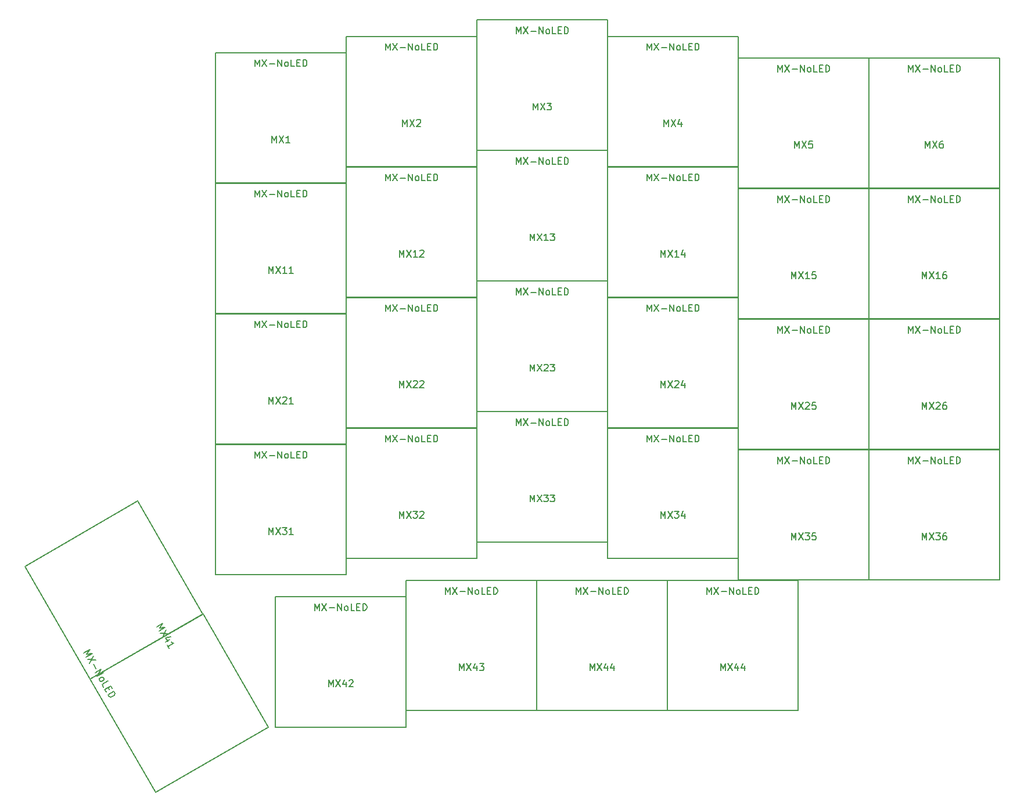
<source format=gbr>
%TF.GenerationSoftware,KiCad,Pcbnew,(5.1.9-0-10_14)*%
%TF.CreationDate,2021-04-19T01:21:19-05:00*%
%TF.ProjectId,wren-right-top,7772656e-2d72-4696-9768-742d746f702e,rev?*%
%TF.SameCoordinates,Original*%
%TF.FileFunction,OtherDrawing,Comment*%
%FSLAX46Y46*%
G04 Gerber Fmt 4.6, Leading zero omitted, Abs format (unit mm)*
G04 Created by KiCad (PCBNEW (5.1.9-0-10_14)) date 2021-04-19 01:21:19*
%MOMM*%
%LPD*%
G01*
G04 APERTURE LIST*
%ADD10C,0.150000*%
G04 APERTURE END LIST*
D10*
%TO.C,MX44*%
X146050750Y-125437500D02*
X146050750Y-144437500D01*
X146050750Y-144437500D02*
X127050750Y-144437500D01*
X127050750Y-144437500D02*
X127050750Y-125437500D01*
X127050750Y-125437500D02*
X146050750Y-125437500D01*
%TO.C,MX41*%
X33377759Y-123370117D02*
X49832241Y-113870117D01*
X59332241Y-130324599D02*
X42877759Y-139824599D01*
X42877759Y-139824599D02*
X33377759Y-123370117D01*
X49832241Y-113870117D02*
X59332241Y-130324599D01*
X42902759Y-139867901D02*
X59357241Y-130367901D01*
X59357241Y-130367901D02*
X68857241Y-146822383D01*
X68857241Y-146822383D02*
X52402759Y-156322383D01*
X52402759Y-156322383D02*
X42902759Y-139867901D01*
%TO.C,MX44*%
X127006750Y-125437500D02*
X127006750Y-144437500D01*
X127006750Y-144437500D02*
X108006750Y-144437500D01*
X108006750Y-144437500D02*
X108006750Y-125437500D01*
X108006750Y-125437500D02*
X127006750Y-125437500D01*
%TO.C,MX43*%
X107956750Y-125437500D02*
X107956750Y-144437500D01*
X107956750Y-144437500D02*
X88956750Y-144437500D01*
X88956750Y-144437500D02*
X88956750Y-125437500D01*
X88956750Y-125437500D02*
X107956750Y-125437500D01*
%TO.C,MX42*%
X88906750Y-127818750D02*
X88906750Y-146818750D01*
X88906750Y-146818750D02*
X69906750Y-146818750D01*
X69906750Y-146818750D02*
X69906750Y-127818750D01*
X69906750Y-127818750D02*
X88906750Y-127818750D01*
%TO.C,MX36*%
X175425500Y-106387500D02*
X175425500Y-125387500D01*
X175425500Y-125387500D02*
X156425500Y-125387500D01*
X156425500Y-125387500D02*
X156425500Y-106387500D01*
X156425500Y-106387500D02*
X175425500Y-106387500D01*
%TO.C,MX35*%
X156375500Y-106387500D02*
X156375500Y-125387500D01*
X156375500Y-125387500D02*
X137375500Y-125387500D01*
X137375500Y-125387500D02*
X137375500Y-106387500D01*
X137375500Y-106387500D02*
X156375500Y-106387500D01*
%TO.C,MX34*%
X137325500Y-103212500D02*
X137325500Y-122212500D01*
X137325500Y-122212500D02*
X118325500Y-122212500D01*
X118325500Y-122212500D02*
X118325500Y-103212500D01*
X118325500Y-103212500D02*
X137325500Y-103212500D01*
%TO.C,MX33*%
X118275500Y-100831250D02*
X118275500Y-119831250D01*
X118275500Y-119831250D02*
X99275500Y-119831250D01*
X99275500Y-119831250D02*
X99275500Y-100831250D01*
X99275500Y-100831250D02*
X118275500Y-100831250D01*
%TO.C,MX32*%
X99225500Y-103212500D02*
X99225500Y-122212500D01*
X99225500Y-122212500D02*
X80225500Y-122212500D01*
X80225500Y-122212500D02*
X80225500Y-103212500D01*
X80225500Y-103212500D02*
X99225500Y-103212500D01*
%TO.C,MX31*%
X80175500Y-105593750D02*
X80175500Y-124593750D01*
X80175500Y-124593750D02*
X61175500Y-124593750D01*
X61175500Y-124593750D02*
X61175500Y-105593750D01*
X61175500Y-105593750D02*
X80175500Y-105593750D01*
%TO.C,MX26*%
X175425500Y-87337500D02*
X175425500Y-106337500D01*
X175425500Y-106337500D02*
X156425500Y-106337500D01*
X156425500Y-106337500D02*
X156425500Y-87337500D01*
X156425500Y-87337500D02*
X175425500Y-87337500D01*
%TO.C,MX25*%
X156375500Y-87337500D02*
X156375500Y-106337500D01*
X156375500Y-106337500D02*
X137375500Y-106337500D01*
X137375500Y-106337500D02*
X137375500Y-87337500D01*
X137375500Y-87337500D02*
X156375500Y-87337500D01*
%TO.C,MX24*%
X137325500Y-84162500D02*
X137325500Y-103162500D01*
X137325500Y-103162500D02*
X118325500Y-103162500D01*
X118325500Y-103162500D02*
X118325500Y-84162500D01*
X118325500Y-84162500D02*
X137325500Y-84162500D01*
%TO.C,MX23*%
X118275500Y-81781250D02*
X118275500Y-100781250D01*
X118275500Y-100781250D02*
X99275500Y-100781250D01*
X99275500Y-100781250D02*
X99275500Y-81781250D01*
X99275500Y-81781250D02*
X118275500Y-81781250D01*
%TO.C,MX22*%
X99225500Y-84162500D02*
X99225500Y-103162500D01*
X99225500Y-103162500D02*
X80225500Y-103162500D01*
X80225500Y-103162500D02*
X80225500Y-84162500D01*
X80225500Y-84162500D02*
X99225500Y-84162500D01*
%TO.C,MX21*%
X80175500Y-86543750D02*
X80175500Y-105543750D01*
X80175500Y-105543750D02*
X61175500Y-105543750D01*
X61175500Y-105543750D02*
X61175500Y-86543750D01*
X61175500Y-86543750D02*
X80175500Y-86543750D01*
%TO.C,MX16*%
X175425500Y-68287500D02*
X175425500Y-87287500D01*
X175425500Y-87287500D02*
X156425500Y-87287500D01*
X156425500Y-87287500D02*
X156425500Y-68287500D01*
X156425500Y-68287500D02*
X175425500Y-68287500D01*
%TO.C,MX15*%
X156375500Y-68287500D02*
X156375500Y-87287500D01*
X156375500Y-87287500D02*
X137375500Y-87287500D01*
X137375500Y-87287500D02*
X137375500Y-68287500D01*
X137375500Y-68287500D02*
X156375500Y-68287500D01*
%TO.C,MX14*%
X137325500Y-65112500D02*
X137325500Y-84112500D01*
X137325500Y-84112500D02*
X118325500Y-84112500D01*
X118325500Y-84112500D02*
X118325500Y-65112500D01*
X118325500Y-65112500D02*
X137325500Y-65112500D01*
%TO.C,MX13*%
X118275500Y-62731250D02*
X118275500Y-81731250D01*
X118275500Y-81731250D02*
X99275500Y-81731250D01*
X99275500Y-81731250D02*
X99275500Y-62731250D01*
X99275500Y-62731250D02*
X118275500Y-62731250D01*
%TO.C,MX12*%
X99225500Y-65112500D02*
X99225500Y-84112500D01*
X99225500Y-84112500D02*
X80225500Y-84112500D01*
X80225500Y-84112500D02*
X80225500Y-65112500D01*
X80225500Y-65112500D02*
X99225500Y-65112500D01*
%TO.C,MX11*%
X80175500Y-67493750D02*
X80175500Y-86493750D01*
X80175500Y-86493750D02*
X61175500Y-86493750D01*
X61175500Y-86493750D02*
X61175500Y-67493750D01*
X61175500Y-67493750D02*
X80175500Y-67493750D01*
%TO.C,MX6*%
X175425500Y-49237500D02*
X175425500Y-68237500D01*
X175425500Y-68237500D02*
X156425500Y-68237500D01*
X156425500Y-68237500D02*
X156425500Y-49237500D01*
X156425500Y-49237500D02*
X175425500Y-49237500D01*
%TO.C,MX5*%
X156375500Y-49237500D02*
X156375500Y-68237500D01*
X156375500Y-68237500D02*
X137375500Y-68237500D01*
X137375500Y-68237500D02*
X137375500Y-49237500D01*
X137375500Y-49237500D02*
X156375500Y-49237500D01*
%TO.C,MX4*%
X137325500Y-46062500D02*
X137325500Y-65062500D01*
X137325500Y-65062500D02*
X118325500Y-65062500D01*
X118325500Y-65062500D02*
X118325500Y-46062500D01*
X118325500Y-46062500D02*
X137325500Y-46062500D01*
%TO.C,MX3*%
X118275500Y-43681250D02*
X118275500Y-62681250D01*
X118275500Y-62681250D02*
X99275500Y-62681250D01*
X99275500Y-62681250D02*
X99275500Y-43681250D01*
X99275500Y-43681250D02*
X118275500Y-43681250D01*
%TO.C,MX2*%
X99225500Y-46062500D02*
X99225500Y-65062500D01*
X99225500Y-65062500D02*
X80225500Y-65062500D01*
X80225500Y-65062500D02*
X80225500Y-46062500D01*
X80225500Y-46062500D02*
X99225500Y-46062500D01*
%TO.C,MX1*%
X80175500Y-48443750D02*
X80175500Y-67443750D01*
X80175500Y-67443750D02*
X61175500Y-67443750D01*
X61175500Y-67443750D02*
X61175500Y-48443750D01*
X61175500Y-48443750D02*
X80175500Y-48443750D01*
%TD*%
%TO.C,MX44*%
X134788845Y-138564880D02*
X134788845Y-137564880D01*
X135122178Y-138279166D01*
X135455511Y-137564880D01*
X135455511Y-138564880D01*
X135836464Y-137564880D02*
X136503130Y-138564880D01*
X136503130Y-137564880D02*
X135836464Y-138564880D01*
X137312654Y-137898214D02*
X137312654Y-138564880D01*
X137074559Y-137517261D02*
X136836464Y-138231547D01*
X137455511Y-138231547D01*
X138265035Y-137898214D02*
X138265035Y-138564880D01*
X138026940Y-137517261D02*
X137788845Y-138231547D01*
X138407892Y-138231547D01*
X132788845Y-127452380D02*
X132788845Y-126452380D01*
X133122178Y-127166666D01*
X133455511Y-126452380D01*
X133455511Y-127452380D01*
X133836464Y-126452380D02*
X134503130Y-127452380D01*
X134503130Y-126452380D02*
X133836464Y-127452380D01*
X134884083Y-127071428D02*
X135645988Y-127071428D01*
X136122178Y-127452380D02*
X136122178Y-126452380D01*
X136693607Y-127452380D01*
X136693607Y-126452380D01*
X137312654Y-127452380D02*
X137217416Y-127404761D01*
X137169797Y-127357142D01*
X137122178Y-127261904D01*
X137122178Y-126976190D01*
X137169797Y-126880952D01*
X137217416Y-126833333D01*
X137312654Y-126785714D01*
X137455511Y-126785714D01*
X137550750Y-126833333D01*
X137598369Y-126880952D01*
X137645988Y-126976190D01*
X137645988Y-127261904D01*
X137598369Y-127357142D01*
X137550750Y-127404761D01*
X137455511Y-127452380D01*
X137312654Y-127452380D01*
X138550750Y-127452380D02*
X138074559Y-127452380D01*
X138074559Y-126452380D01*
X138884083Y-126928571D02*
X139217416Y-126928571D01*
X139360273Y-127452380D02*
X138884083Y-127452380D01*
X138884083Y-126452380D01*
X139360273Y-126452380D01*
X139788845Y-127452380D02*
X139788845Y-126452380D01*
X140026940Y-126452380D01*
X140169797Y-126500000D01*
X140265035Y-126595238D01*
X140312654Y-126690476D01*
X140360273Y-126880952D01*
X140360273Y-127023809D01*
X140312654Y-127214285D01*
X140265035Y-127309523D01*
X140169797Y-127404761D01*
X140026940Y-127452380D01*
X139788845Y-127452380D01*
%TO.C,MX41*%
X52594405Y-132209086D02*
X53460430Y-131709086D01*
X53008507Y-132354904D01*
X53793763Y-132286436D01*
X52927738Y-132786436D01*
X53984240Y-132616350D02*
X53451548Y-133693701D01*
X54317573Y-133193701D02*
X53118214Y-133116350D01*
X54433660Y-134061436D02*
X53856309Y-134394769D01*
X54644527Y-133664763D02*
X53906889Y-133815709D01*
X54216413Y-134351820D01*
X54380119Y-135302034D02*
X54094405Y-134807162D01*
X54237262Y-135054598D02*
X55103287Y-134554598D01*
X54931950Y-134543548D01*
X54801853Y-134508688D01*
X54712994Y-134450019D01*
X41970697Y-136033285D02*
X42836722Y-135533285D01*
X42384799Y-136179103D01*
X43170055Y-136110635D01*
X42304030Y-136610635D01*
X43360532Y-136440550D02*
X42827840Y-137517900D01*
X43693865Y-137017900D02*
X42494506Y-136940550D01*
X43348230Y-137657338D02*
X43729183Y-138317167D01*
X43637363Y-138920036D02*
X44503389Y-138420036D01*
X43923078Y-139414908D01*
X44789103Y-138914908D01*
X44232601Y-139951019D02*
X44226222Y-139844731D01*
X44243652Y-139779682D01*
X44302321Y-139690824D01*
X44549756Y-139547966D01*
X44656045Y-139541587D01*
X44721093Y-139559016D01*
X44809952Y-139617686D01*
X44881380Y-139741403D01*
X44887760Y-139847692D01*
X44870330Y-139912740D01*
X44811661Y-140001599D01*
X44564225Y-140144456D01*
X44457937Y-140150836D01*
X44392888Y-140133406D01*
X44304030Y-140074737D01*
X44232601Y-139951019D01*
X44851649Y-141023241D02*
X44613554Y-140610848D01*
X45479579Y-140110848D01*
X45471948Y-141050011D02*
X45638615Y-141338686D01*
X45256411Y-141724309D02*
X45018316Y-141311916D01*
X45884341Y-140811916D01*
X46122436Y-141224309D01*
X45470697Y-142095463D02*
X46336722Y-141595463D01*
X46455770Y-141801659D01*
X46485959Y-141949187D01*
X46451099Y-142079284D01*
X46392430Y-142168143D01*
X46251283Y-142304620D01*
X46127565Y-142376049D01*
X45938798Y-142430047D01*
X45832510Y-142436427D01*
X45702412Y-142401568D01*
X45589744Y-142301659D01*
X45470697Y-142095463D01*
%TO.C,MX44*%
X115744845Y-138564880D02*
X115744845Y-137564880D01*
X116078178Y-138279166D01*
X116411511Y-137564880D01*
X116411511Y-138564880D01*
X116792464Y-137564880D02*
X117459130Y-138564880D01*
X117459130Y-137564880D02*
X116792464Y-138564880D01*
X118268654Y-137898214D02*
X118268654Y-138564880D01*
X118030559Y-137517261D02*
X117792464Y-138231547D01*
X118411511Y-138231547D01*
X119221035Y-137898214D02*
X119221035Y-138564880D01*
X118982940Y-137517261D02*
X118744845Y-138231547D01*
X119363892Y-138231547D01*
X113744845Y-127452380D02*
X113744845Y-126452380D01*
X114078178Y-127166666D01*
X114411511Y-126452380D01*
X114411511Y-127452380D01*
X114792464Y-126452380D02*
X115459130Y-127452380D01*
X115459130Y-126452380D02*
X114792464Y-127452380D01*
X115840083Y-127071428D02*
X116601988Y-127071428D01*
X117078178Y-127452380D02*
X117078178Y-126452380D01*
X117649607Y-127452380D01*
X117649607Y-126452380D01*
X118268654Y-127452380D02*
X118173416Y-127404761D01*
X118125797Y-127357142D01*
X118078178Y-127261904D01*
X118078178Y-126976190D01*
X118125797Y-126880952D01*
X118173416Y-126833333D01*
X118268654Y-126785714D01*
X118411511Y-126785714D01*
X118506750Y-126833333D01*
X118554369Y-126880952D01*
X118601988Y-126976190D01*
X118601988Y-127261904D01*
X118554369Y-127357142D01*
X118506750Y-127404761D01*
X118411511Y-127452380D01*
X118268654Y-127452380D01*
X119506750Y-127452380D02*
X119030559Y-127452380D01*
X119030559Y-126452380D01*
X119840083Y-126928571D02*
X120173416Y-126928571D01*
X120316273Y-127452380D02*
X119840083Y-127452380D01*
X119840083Y-126452380D01*
X120316273Y-126452380D01*
X120744845Y-127452380D02*
X120744845Y-126452380D01*
X120982940Y-126452380D01*
X121125797Y-126500000D01*
X121221035Y-126595238D01*
X121268654Y-126690476D01*
X121316273Y-126880952D01*
X121316273Y-127023809D01*
X121268654Y-127214285D01*
X121221035Y-127309523D01*
X121125797Y-127404761D01*
X120982940Y-127452380D01*
X120744845Y-127452380D01*
%TO.C,MX43*%
X96694845Y-138564880D02*
X96694845Y-137564880D01*
X97028178Y-138279166D01*
X97361511Y-137564880D01*
X97361511Y-138564880D01*
X97742464Y-137564880D02*
X98409130Y-138564880D01*
X98409130Y-137564880D02*
X97742464Y-138564880D01*
X99218654Y-137898214D02*
X99218654Y-138564880D01*
X98980559Y-137517261D02*
X98742464Y-138231547D01*
X99361511Y-138231547D01*
X99647226Y-137564880D02*
X100266273Y-137564880D01*
X99932940Y-137945833D01*
X100075797Y-137945833D01*
X100171035Y-137993452D01*
X100218654Y-138041071D01*
X100266273Y-138136309D01*
X100266273Y-138374404D01*
X100218654Y-138469642D01*
X100171035Y-138517261D01*
X100075797Y-138564880D01*
X99790083Y-138564880D01*
X99694845Y-138517261D01*
X99647226Y-138469642D01*
X94694845Y-127452380D02*
X94694845Y-126452380D01*
X95028178Y-127166666D01*
X95361511Y-126452380D01*
X95361511Y-127452380D01*
X95742464Y-126452380D02*
X96409130Y-127452380D01*
X96409130Y-126452380D02*
X95742464Y-127452380D01*
X96790083Y-127071428D02*
X97551988Y-127071428D01*
X98028178Y-127452380D02*
X98028178Y-126452380D01*
X98599607Y-127452380D01*
X98599607Y-126452380D01*
X99218654Y-127452380D02*
X99123416Y-127404761D01*
X99075797Y-127357142D01*
X99028178Y-127261904D01*
X99028178Y-126976190D01*
X99075797Y-126880952D01*
X99123416Y-126833333D01*
X99218654Y-126785714D01*
X99361511Y-126785714D01*
X99456750Y-126833333D01*
X99504369Y-126880952D01*
X99551988Y-126976190D01*
X99551988Y-127261904D01*
X99504369Y-127357142D01*
X99456750Y-127404761D01*
X99361511Y-127452380D01*
X99218654Y-127452380D01*
X100456750Y-127452380D02*
X99980559Y-127452380D01*
X99980559Y-126452380D01*
X100790083Y-126928571D02*
X101123416Y-126928571D01*
X101266273Y-127452380D02*
X100790083Y-127452380D01*
X100790083Y-126452380D01*
X101266273Y-126452380D01*
X101694845Y-127452380D02*
X101694845Y-126452380D01*
X101932940Y-126452380D01*
X102075797Y-126500000D01*
X102171035Y-126595238D01*
X102218654Y-126690476D01*
X102266273Y-126880952D01*
X102266273Y-127023809D01*
X102218654Y-127214285D01*
X102171035Y-127309523D01*
X102075797Y-127404761D01*
X101932940Y-127452380D01*
X101694845Y-127452380D01*
%TO.C,MX42*%
X77644845Y-140946130D02*
X77644845Y-139946130D01*
X77978178Y-140660416D01*
X78311511Y-139946130D01*
X78311511Y-140946130D01*
X78692464Y-139946130D02*
X79359130Y-140946130D01*
X79359130Y-139946130D02*
X78692464Y-140946130D01*
X80168654Y-140279464D02*
X80168654Y-140946130D01*
X79930559Y-139898511D02*
X79692464Y-140612797D01*
X80311511Y-140612797D01*
X80644845Y-140041369D02*
X80692464Y-139993750D01*
X80787702Y-139946130D01*
X81025797Y-139946130D01*
X81121035Y-139993750D01*
X81168654Y-140041369D01*
X81216273Y-140136607D01*
X81216273Y-140231845D01*
X81168654Y-140374702D01*
X80597226Y-140946130D01*
X81216273Y-140946130D01*
X75644845Y-129833630D02*
X75644845Y-128833630D01*
X75978178Y-129547916D01*
X76311511Y-128833630D01*
X76311511Y-129833630D01*
X76692464Y-128833630D02*
X77359130Y-129833630D01*
X77359130Y-128833630D02*
X76692464Y-129833630D01*
X77740083Y-129452678D02*
X78501988Y-129452678D01*
X78978178Y-129833630D02*
X78978178Y-128833630D01*
X79549607Y-129833630D01*
X79549607Y-128833630D01*
X80168654Y-129833630D02*
X80073416Y-129786011D01*
X80025797Y-129738392D01*
X79978178Y-129643154D01*
X79978178Y-129357440D01*
X80025797Y-129262202D01*
X80073416Y-129214583D01*
X80168654Y-129166964D01*
X80311511Y-129166964D01*
X80406750Y-129214583D01*
X80454369Y-129262202D01*
X80501988Y-129357440D01*
X80501988Y-129643154D01*
X80454369Y-129738392D01*
X80406750Y-129786011D01*
X80311511Y-129833630D01*
X80168654Y-129833630D01*
X81406750Y-129833630D02*
X80930559Y-129833630D01*
X80930559Y-128833630D01*
X81740083Y-129309821D02*
X82073416Y-129309821D01*
X82216273Y-129833630D02*
X81740083Y-129833630D01*
X81740083Y-128833630D01*
X82216273Y-128833630D01*
X82644845Y-129833630D02*
X82644845Y-128833630D01*
X82882940Y-128833630D01*
X83025797Y-128881250D01*
X83121035Y-128976488D01*
X83168654Y-129071726D01*
X83216273Y-129262202D01*
X83216273Y-129405059D01*
X83168654Y-129595535D01*
X83121035Y-129690773D01*
X83025797Y-129786011D01*
X82882940Y-129833630D01*
X82644845Y-129833630D01*
%TO.C,MX36*%
X164163595Y-119514880D02*
X164163595Y-118514880D01*
X164496928Y-119229166D01*
X164830261Y-118514880D01*
X164830261Y-119514880D01*
X165211214Y-118514880D02*
X165877880Y-119514880D01*
X165877880Y-118514880D02*
X165211214Y-119514880D01*
X166163595Y-118514880D02*
X166782642Y-118514880D01*
X166449309Y-118895833D01*
X166592166Y-118895833D01*
X166687404Y-118943452D01*
X166735023Y-118991071D01*
X166782642Y-119086309D01*
X166782642Y-119324404D01*
X166735023Y-119419642D01*
X166687404Y-119467261D01*
X166592166Y-119514880D01*
X166306452Y-119514880D01*
X166211214Y-119467261D01*
X166163595Y-119419642D01*
X167639785Y-118514880D02*
X167449309Y-118514880D01*
X167354071Y-118562500D01*
X167306452Y-118610119D01*
X167211214Y-118752976D01*
X167163595Y-118943452D01*
X167163595Y-119324404D01*
X167211214Y-119419642D01*
X167258833Y-119467261D01*
X167354071Y-119514880D01*
X167544547Y-119514880D01*
X167639785Y-119467261D01*
X167687404Y-119419642D01*
X167735023Y-119324404D01*
X167735023Y-119086309D01*
X167687404Y-118991071D01*
X167639785Y-118943452D01*
X167544547Y-118895833D01*
X167354071Y-118895833D01*
X167258833Y-118943452D01*
X167211214Y-118991071D01*
X167163595Y-119086309D01*
X162163595Y-108402380D02*
X162163595Y-107402380D01*
X162496928Y-108116666D01*
X162830261Y-107402380D01*
X162830261Y-108402380D01*
X163211214Y-107402380D02*
X163877880Y-108402380D01*
X163877880Y-107402380D02*
X163211214Y-108402380D01*
X164258833Y-108021428D02*
X165020738Y-108021428D01*
X165496928Y-108402380D02*
X165496928Y-107402380D01*
X166068357Y-108402380D01*
X166068357Y-107402380D01*
X166687404Y-108402380D02*
X166592166Y-108354761D01*
X166544547Y-108307142D01*
X166496928Y-108211904D01*
X166496928Y-107926190D01*
X166544547Y-107830952D01*
X166592166Y-107783333D01*
X166687404Y-107735714D01*
X166830261Y-107735714D01*
X166925500Y-107783333D01*
X166973119Y-107830952D01*
X167020738Y-107926190D01*
X167020738Y-108211904D01*
X166973119Y-108307142D01*
X166925500Y-108354761D01*
X166830261Y-108402380D01*
X166687404Y-108402380D01*
X167925500Y-108402380D02*
X167449309Y-108402380D01*
X167449309Y-107402380D01*
X168258833Y-107878571D02*
X168592166Y-107878571D01*
X168735023Y-108402380D02*
X168258833Y-108402380D01*
X168258833Y-107402380D01*
X168735023Y-107402380D01*
X169163595Y-108402380D02*
X169163595Y-107402380D01*
X169401690Y-107402380D01*
X169544547Y-107450000D01*
X169639785Y-107545238D01*
X169687404Y-107640476D01*
X169735023Y-107830952D01*
X169735023Y-107973809D01*
X169687404Y-108164285D01*
X169639785Y-108259523D01*
X169544547Y-108354761D01*
X169401690Y-108402380D01*
X169163595Y-108402380D01*
%TO.C,MX35*%
X145113595Y-119514880D02*
X145113595Y-118514880D01*
X145446928Y-119229166D01*
X145780261Y-118514880D01*
X145780261Y-119514880D01*
X146161214Y-118514880D02*
X146827880Y-119514880D01*
X146827880Y-118514880D02*
X146161214Y-119514880D01*
X147113595Y-118514880D02*
X147732642Y-118514880D01*
X147399309Y-118895833D01*
X147542166Y-118895833D01*
X147637404Y-118943452D01*
X147685023Y-118991071D01*
X147732642Y-119086309D01*
X147732642Y-119324404D01*
X147685023Y-119419642D01*
X147637404Y-119467261D01*
X147542166Y-119514880D01*
X147256452Y-119514880D01*
X147161214Y-119467261D01*
X147113595Y-119419642D01*
X148637404Y-118514880D02*
X148161214Y-118514880D01*
X148113595Y-118991071D01*
X148161214Y-118943452D01*
X148256452Y-118895833D01*
X148494547Y-118895833D01*
X148589785Y-118943452D01*
X148637404Y-118991071D01*
X148685023Y-119086309D01*
X148685023Y-119324404D01*
X148637404Y-119419642D01*
X148589785Y-119467261D01*
X148494547Y-119514880D01*
X148256452Y-119514880D01*
X148161214Y-119467261D01*
X148113595Y-119419642D01*
X143113595Y-108402380D02*
X143113595Y-107402380D01*
X143446928Y-108116666D01*
X143780261Y-107402380D01*
X143780261Y-108402380D01*
X144161214Y-107402380D02*
X144827880Y-108402380D01*
X144827880Y-107402380D02*
X144161214Y-108402380D01*
X145208833Y-108021428D02*
X145970738Y-108021428D01*
X146446928Y-108402380D02*
X146446928Y-107402380D01*
X147018357Y-108402380D01*
X147018357Y-107402380D01*
X147637404Y-108402380D02*
X147542166Y-108354761D01*
X147494547Y-108307142D01*
X147446928Y-108211904D01*
X147446928Y-107926190D01*
X147494547Y-107830952D01*
X147542166Y-107783333D01*
X147637404Y-107735714D01*
X147780261Y-107735714D01*
X147875500Y-107783333D01*
X147923119Y-107830952D01*
X147970738Y-107926190D01*
X147970738Y-108211904D01*
X147923119Y-108307142D01*
X147875500Y-108354761D01*
X147780261Y-108402380D01*
X147637404Y-108402380D01*
X148875500Y-108402380D02*
X148399309Y-108402380D01*
X148399309Y-107402380D01*
X149208833Y-107878571D02*
X149542166Y-107878571D01*
X149685023Y-108402380D02*
X149208833Y-108402380D01*
X149208833Y-107402380D01*
X149685023Y-107402380D01*
X150113595Y-108402380D02*
X150113595Y-107402380D01*
X150351690Y-107402380D01*
X150494547Y-107450000D01*
X150589785Y-107545238D01*
X150637404Y-107640476D01*
X150685023Y-107830952D01*
X150685023Y-107973809D01*
X150637404Y-108164285D01*
X150589785Y-108259523D01*
X150494547Y-108354761D01*
X150351690Y-108402380D01*
X150113595Y-108402380D01*
%TO.C,MX34*%
X126063595Y-116339880D02*
X126063595Y-115339880D01*
X126396928Y-116054166D01*
X126730261Y-115339880D01*
X126730261Y-116339880D01*
X127111214Y-115339880D02*
X127777880Y-116339880D01*
X127777880Y-115339880D02*
X127111214Y-116339880D01*
X128063595Y-115339880D02*
X128682642Y-115339880D01*
X128349309Y-115720833D01*
X128492166Y-115720833D01*
X128587404Y-115768452D01*
X128635023Y-115816071D01*
X128682642Y-115911309D01*
X128682642Y-116149404D01*
X128635023Y-116244642D01*
X128587404Y-116292261D01*
X128492166Y-116339880D01*
X128206452Y-116339880D01*
X128111214Y-116292261D01*
X128063595Y-116244642D01*
X129539785Y-115673214D02*
X129539785Y-116339880D01*
X129301690Y-115292261D02*
X129063595Y-116006547D01*
X129682642Y-116006547D01*
X124063595Y-105227380D02*
X124063595Y-104227380D01*
X124396928Y-104941666D01*
X124730261Y-104227380D01*
X124730261Y-105227380D01*
X125111214Y-104227380D02*
X125777880Y-105227380D01*
X125777880Y-104227380D02*
X125111214Y-105227380D01*
X126158833Y-104846428D02*
X126920738Y-104846428D01*
X127396928Y-105227380D02*
X127396928Y-104227380D01*
X127968357Y-105227380D01*
X127968357Y-104227380D01*
X128587404Y-105227380D02*
X128492166Y-105179761D01*
X128444547Y-105132142D01*
X128396928Y-105036904D01*
X128396928Y-104751190D01*
X128444547Y-104655952D01*
X128492166Y-104608333D01*
X128587404Y-104560714D01*
X128730261Y-104560714D01*
X128825500Y-104608333D01*
X128873119Y-104655952D01*
X128920738Y-104751190D01*
X128920738Y-105036904D01*
X128873119Y-105132142D01*
X128825500Y-105179761D01*
X128730261Y-105227380D01*
X128587404Y-105227380D01*
X129825500Y-105227380D02*
X129349309Y-105227380D01*
X129349309Y-104227380D01*
X130158833Y-104703571D02*
X130492166Y-104703571D01*
X130635023Y-105227380D02*
X130158833Y-105227380D01*
X130158833Y-104227380D01*
X130635023Y-104227380D01*
X131063595Y-105227380D02*
X131063595Y-104227380D01*
X131301690Y-104227380D01*
X131444547Y-104275000D01*
X131539785Y-104370238D01*
X131587404Y-104465476D01*
X131635023Y-104655952D01*
X131635023Y-104798809D01*
X131587404Y-104989285D01*
X131539785Y-105084523D01*
X131444547Y-105179761D01*
X131301690Y-105227380D01*
X131063595Y-105227380D01*
%TO.C,MX33*%
X107013595Y-113958630D02*
X107013595Y-112958630D01*
X107346928Y-113672916D01*
X107680261Y-112958630D01*
X107680261Y-113958630D01*
X108061214Y-112958630D02*
X108727880Y-113958630D01*
X108727880Y-112958630D02*
X108061214Y-113958630D01*
X109013595Y-112958630D02*
X109632642Y-112958630D01*
X109299309Y-113339583D01*
X109442166Y-113339583D01*
X109537404Y-113387202D01*
X109585023Y-113434821D01*
X109632642Y-113530059D01*
X109632642Y-113768154D01*
X109585023Y-113863392D01*
X109537404Y-113911011D01*
X109442166Y-113958630D01*
X109156452Y-113958630D01*
X109061214Y-113911011D01*
X109013595Y-113863392D01*
X109965976Y-112958630D02*
X110585023Y-112958630D01*
X110251690Y-113339583D01*
X110394547Y-113339583D01*
X110489785Y-113387202D01*
X110537404Y-113434821D01*
X110585023Y-113530059D01*
X110585023Y-113768154D01*
X110537404Y-113863392D01*
X110489785Y-113911011D01*
X110394547Y-113958630D01*
X110108833Y-113958630D01*
X110013595Y-113911011D01*
X109965976Y-113863392D01*
X105013595Y-102846130D02*
X105013595Y-101846130D01*
X105346928Y-102560416D01*
X105680261Y-101846130D01*
X105680261Y-102846130D01*
X106061214Y-101846130D02*
X106727880Y-102846130D01*
X106727880Y-101846130D02*
X106061214Y-102846130D01*
X107108833Y-102465178D02*
X107870738Y-102465178D01*
X108346928Y-102846130D02*
X108346928Y-101846130D01*
X108918357Y-102846130D01*
X108918357Y-101846130D01*
X109537404Y-102846130D02*
X109442166Y-102798511D01*
X109394547Y-102750892D01*
X109346928Y-102655654D01*
X109346928Y-102369940D01*
X109394547Y-102274702D01*
X109442166Y-102227083D01*
X109537404Y-102179464D01*
X109680261Y-102179464D01*
X109775500Y-102227083D01*
X109823119Y-102274702D01*
X109870738Y-102369940D01*
X109870738Y-102655654D01*
X109823119Y-102750892D01*
X109775500Y-102798511D01*
X109680261Y-102846130D01*
X109537404Y-102846130D01*
X110775500Y-102846130D02*
X110299309Y-102846130D01*
X110299309Y-101846130D01*
X111108833Y-102322321D02*
X111442166Y-102322321D01*
X111585023Y-102846130D02*
X111108833Y-102846130D01*
X111108833Y-101846130D01*
X111585023Y-101846130D01*
X112013595Y-102846130D02*
X112013595Y-101846130D01*
X112251690Y-101846130D01*
X112394547Y-101893750D01*
X112489785Y-101988988D01*
X112537404Y-102084226D01*
X112585023Y-102274702D01*
X112585023Y-102417559D01*
X112537404Y-102608035D01*
X112489785Y-102703273D01*
X112394547Y-102798511D01*
X112251690Y-102846130D01*
X112013595Y-102846130D01*
%TO.C,MX32*%
X87963595Y-116339880D02*
X87963595Y-115339880D01*
X88296928Y-116054166D01*
X88630261Y-115339880D01*
X88630261Y-116339880D01*
X89011214Y-115339880D02*
X89677880Y-116339880D01*
X89677880Y-115339880D02*
X89011214Y-116339880D01*
X89963595Y-115339880D02*
X90582642Y-115339880D01*
X90249309Y-115720833D01*
X90392166Y-115720833D01*
X90487404Y-115768452D01*
X90535023Y-115816071D01*
X90582642Y-115911309D01*
X90582642Y-116149404D01*
X90535023Y-116244642D01*
X90487404Y-116292261D01*
X90392166Y-116339880D01*
X90106452Y-116339880D01*
X90011214Y-116292261D01*
X89963595Y-116244642D01*
X90963595Y-115435119D02*
X91011214Y-115387500D01*
X91106452Y-115339880D01*
X91344547Y-115339880D01*
X91439785Y-115387500D01*
X91487404Y-115435119D01*
X91535023Y-115530357D01*
X91535023Y-115625595D01*
X91487404Y-115768452D01*
X90915976Y-116339880D01*
X91535023Y-116339880D01*
X85963595Y-105227380D02*
X85963595Y-104227380D01*
X86296928Y-104941666D01*
X86630261Y-104227380D01*
X86630261Y-105227380D01*
X87011214Y-104227380D02*
X87677880Y-105227380D01*
X87677880Y-104227380D02*
X87011214Y-105227380D01*
X88058833Y-104846428D02*
X88820738Y-104846428D01*
X89296928Y-105227380D02*
X89296928Y-104227380D01*
X89868357Y-105227380D01*
X89868357Y-104227380D01*
X90487404Y-105227380D02*
X90392166Y-105179761D01*
X90344547Y-105132142D01*
X90296928Y-105036904D01*
X90296928Y-104751190D01*
X90344547Y-104655952D01*
X90392166Y-104608333D01*
X90487404Y-104560714D01*
X90630261Y-104560714D01*
X90725500Y-104608333D01*
X90773119Y-104655952D01*
X90820738Y-104751190D01*
X90820738Y-105036904D01*
X90773119Y-105132142D01*
X90725500Y-105179761D01*
X90630261Y-105227380D01*
X90487404Y-105227380D01*
X91725500Y-105227380D02*
X91249309Y-105227380D01*
X91249309Y-104227380D01*
X92058833Y-104703571D02*
X92392166Y-104703571D01*
X92535023Y-105227380D02*
X92058833Y-105227380D01*
X92058833Y-104227380D01*
X92535023Y-104227380D01*
X92963595Y-105227380D02*
X92963595Y-104227380D01*
X93201690Y-104227380D01*
X93344547Y-104275000D01*
X93439785Y-104370238D01*
X93487404Y-104465476D01*
X93535023Y-104655952D01*
X93535023Y-104798809D01*
X93487404Y-104989285D01*
X93439785Y-105084523D01*
X93344547Y-105179761D01*
X93201690Y-105227380D01*
X92963595Y-105227380D01*
%TO.C,MX31*%
X68913595Y-118721130D02*
X68913595Y-117721130D01*
X69246928Y-118435416D01*
X69580261Y-117721130D01*
X69580261Y-118721130D01*
X69961214Y-117721130D02*
X70627880Y-118721130D01*
X70627880Y-117721130D02*
X69961214Y-118721130D01*
X70913595Y-117721130D02*
X71532642Y-117721130D01*
X71199309Y-118102083D01*
X71342166Y-118102083D01*
X71437404Y-118149702D01*
X71485023Y-118197321D01*
X71532642Y-118292559D01*
X71532642Y-118530654D01*
X71485023Y-118625892D01*
X71437404Y-118673511D01*
X71342166Y-118721130D01*
X71056452Y-118721130D01*
X70961214Y-118673511D01*
X70913595Y-118625892D01*
X72485023Y-118721130D02*
X71913595Y-118721130D01*
X72199309Y-118721130D02*
X72199309Y-117721130D01*
X72104071Y-117863988D01*
X72008833Y-117959226D01*
X71913595Y-118006845D01*
X66913595Y-107608630D02*
X66913595Y-106608630D01*
X67246928Y-107322916D01*
X67580261Y-106608630D01*
X67580261Y-107608630D01*
X67961214Y-106608630D02*
X68627880Y-107608630D01*
X68627880Y-106608630D02*
X67961214Y-107608630D01*
X69008833Y-107227678D02*
X69770738Y-107227678D01*
X70246928Y-107608630D02*
X70246928Y-106608630D01*
X70818357Y-107608630D01*
X70818357Y-106608630D01*
X71437404Y-107608630D02*
X71342166Y-107561011D01*
X71294547Y-107513392D01*
X71246928Y-107418154D01*
X71246928Y-107132440D01*
X71294547Y-107037202D01*
X71342166Y-106989583D01*
X71437404Y-106941964D01*
X71580261Y-106941964D01*
X71675500Y-106989583D01*
X71723119Y-107037202D01*
X71770738Y-107132440D01*
X71770738Y-107418154D01*
X71723119Y-107513392D01*
X71675500Y-107561011D01*
X71580261Y-107608630D01*
X71437404Y-107608630D01*
X72675500Y-107608630D02*
X72199309Y-107608630D01*
X72199309Y-106608630D01*
X73008833Y-107084821D02*
X73342166Y-107084821D01*
X73485023Y-107608630D02*
X73008833Y-107608630D01*
X73008833Y-106608630D01*
X73485023Y-106608630D01*
X73913595Y-107608630D02*
X73913595Y-106608630D01*
X74151690Y-106608630D01*
X74294547Y-106656250D01*
X74389785Y-106751488D01*
X74437404Y-106846726D01*
X74485023Y-107037202D01*
X74485023Y-107180059D01*
X74437404Y-107370535D01*
X74389785Y-107465773D01*
X74294547Y-107561011D01*
X74151690Y-107608630D01*
X73913595Y-107608630D01*
%TO.C,MX26*%
X164163595Y-100464880D02*
X164163595Y-99464880D01*
X164496928Y-100179166D01*
X164830261Y-99464880D01*
X164830261Y-100464880D01*
X165211214Y-99464880D02*
X165877880Y-100464880D01*
X165877880Y-99464880D02*
X165211214Y-100464880D01*
X166211214Y-99560119D02*
X166258833Y-99512500D01*
X166354071Y-99464880D01*
X166592166Y-99464880D01*
X166687404Y-99512500D01*
X166735023Y-99560119D01*
X166782642Y-99655357D01*
X166782642Y-99750595D01*
X166735023Y-99893452D01*
X166163595Y-100464880D01*
X166782642Y-100464880D01*
X167639785Y-99464880D02*
X167449309Y-99464880D01*
X167354071Y-99512500D01*
X167306452Y-99560119D01*
X167211214Y-99702976D01*
X167163595Y-99893452D01*
X167163595Y-100274404D01*
X167211214Y-100369642D01*
X167258833Y-100417261D01*
X167354071Y-100464880D01*
X167544547Y-100464880D01*
X167639785Y-100417261D01*
X167687404Y-100369642D01*
X167735023Y-100274404D01*
X167735023Y-100036309D01*
X167687404Y-99941071D01*
X167639785Y-99893452D01*
X167544547Y-99845833D01*
X167354071Y-99845833D01*
X167258833Y-99893452D01*
X167211214Y-99941071D01*
X167163595Y-100036309D01*
X162163595Y-89352380D02*
X162163595Y-88352380D01*
X162496928Y-89066666D01*
X162830261Y-88352380D01*
X162830261Y-89352380D01*
X163211214Y-88352380D02*
X163877880Y-89352380D01*
X163877880Y-88352380D02*
X163211214Y-89352380D01*
X164258833Y-88971428D02*
X165020738Y-88971428D01*
X165496928Y-89352380D02*
X165496928Y-88352380D01*
X166068357Y-89352380D01*
X166068357Y-88352380D01*
X166687404Y-89352380D02*
X166592166Y-89304761D01*
X166544547Y-89257142D01*
X166496928Y-89161904D01*
X166496928Y-88876190D01*
X166544547Y-88780952D01*
X166592166Y-88733333D01*
X166687404Y-88685714D01*
X166830261Y-88685714D01*
X166925500Y-88733333D01*
X166973119Y-88780952D01*
X167020738Y-88876190D01*
X167020738Y-89161904D01*
X166973119Y-89257142D01*
X166925500Y-89304761D01*
X166830261Y-89352380D01*
X166687404Y-89352380D01*
X167925500Y-89352380D02*
X167449309Y-89352380D01*
X167449309Y-88352380D01*
X168258833Y-88828571D02*
X168592166Y-88828571D01*
X168735023Y-89352380D02*
X168258833Y-89352380D01*
X168258833Y-88352380D01*
X168735023Y-88352380D01*
X169163595Y-89352380D02*
X169163595Y-88352380D01*
X169401690Y-88352380D01*
X169544547Y-88400000D01*
X169639785Y-88495238D01*
X169687404Y-88590476D01*
X169735023Y-88780952D01*
X169735023Y-88923809D01*
X169687404Y-89114285D01*
X169639785Y-89209523D01*
X169544547Y-89304761D01*
X169401690Y-89352380D01*
X169163595Y-89352380D01*
%TO.C,MX25*%
X145113595Y-100464880D02*
X145113595Y-99464880D01*
X145446928Y-100179166D01*
X145780261Y-99464880D01*
X145780261Y-100464880D01*
X146161214Y-99464880D02*
X146827880Y-100464880D01*
X146827880Y-99464880D02*
X146161214Y-100464880D01*
X147161214Y-99560119D02*
X147208833Y-99512500D01*
X147304071Y-99464880D01*
X147542166Y-99464880D01*
X147637404Y-99512500D01*
X147685023Y-99560119D01*
X147732642Y-99655357D01*
X147732642Y-99750595D01*
X147685023Y-99893452D01*
X147113595Y-100464880D01*
X147732642Y-100464880D01*
X148637404Y-99464880D02*
X148161214Y-99464880D01*
X148113595Y-99941071D01*
X148161214Y-99893452D01*
X148256452Y-99845833D01*
X148494547Y-99845833D01*
X148589785Y-99893452D01*
X148637404Y-99941071D01*
X148685023Y-100036309D01*
X148685023Y-100274404D01*
X148637404Y-100369642D01*
X148589785Y-100417261D01*
X148494547Y-100464880D01*
X148256452Y-100464880D01*
X148161214Y-100417261D01*
X148113595Y-100369642D01*
X143113595Y-89352380D02*
X143113595Y-88352380D01*
X143446928Y-89066666D01*
X143780261Y-88352380D01*
X143780261Y-89352380D01*
X144161214Y-88352380D02*
X144827880Y-89352380D01*
X144827880Y-88352380D02*
X144161214Y-89352380D01*
X145208833Y-88971428D02*
X145970738Y-88971428D01*
X146446928Y-89352380D02*
X146446928Y-88352380D01*
X147018357Y-89352380D01*
X147018357Y-88352380D01*
X147637404Y-89352380D02*
X147542166Y-89304761D01*
X147494547Y-89257142D01*
X147446928Y-89161904D01*
X147446928Y-88876190D01*
X147494547Y-88780952D01*
X147542166Y-88733333D01*
X147637404Y-88685714D01*
X147780261Y-88685714D01*
X147875500Y-88733333D01*
X147923119Y-88780952D01*
X147970738Y-88876190D01*
X147970738Y-89161904D01*
X147923119Y-89257142D01*
X147875500Y-89304761D01*
X147780261Y-89352380D01*
X147637404Y-89352380D01*
X148875500Y-89352380D02*
X148399309Y-89352380D01*
X148399309Y-88352380D01*
X149208833Y-88828571D02*
X149542166Y-88828571D01*
X149685023Y-89352380D02*
X149208833Y-89352380D01*
X149208833Y-88352380D01*
X149685023Y-88352380D01*
X150113595Y-89352380D02*
X150113595Y-88352380D01*
X150351690Y-88352380D01*
X150494547Y-88400000D01*
X150589785Y-88495238D01*
X150637404Y-88590476D01*
X150685023Y-88780952D01*
X150685023Y-88923809D01*
X150637404Y-89114285D01*
X150589785Y-89209523D01*
X150494547Y-89304761D01*
X150351690Y-89352380D01*
X150113595Y-89352380D01*
%TO.C,MX24*%
X126063595Y-97289880D02*
X126063595Y-96289880D01*
X126396928Y-97004166D01*
X126730261Y-96289880D01*
X126730261Y-97289880D01*
X127111214Y-96289880D02*
X127777880Y-97289880D01*
X127777880Y-96289880D02*
X127111214Y-97289880D01*
X128111214Y-96385119D02*
X128158833Y-96337500D01*
X128254071Y-96289880D01*
X128492166Y-96289880D01*
X128587404Y-96337500D01*
X128635023Y-96385119D01*
X128682642Y-96480357D01*
X128682642Y-96575595D01*
X128635023Y-96718452D01*
X128063595Y-97289880D01*
X128682642Y-97289880D01*
X129539785Y-96623214D02*
X129539785Y-97289880D01*
X129301690Y-96242261D02*
X129063595Y-96956547D01*
X129682642Y-96956547D01*
X124063595Y-86177380D02*
X124063595Y-85177380D01*
X124396928Y-85891666D01*
X124730261Y-85177380D01*
X124730261Y-86177380D01*
X125111214Y-85177380D02*
X125777880Y-86177380D01*
X125777880Y-85177380D02*
X125111214Y-86177380D01*
X126158833Y-85796428D02*
X126920738Y-85796428D01*
X127396928Y-86177380D02*
X127396928Y-85177380D01*
X127968357Y-86177380D01*
X127968357Y-85177380D01*
X128587404Y-86177380D02*
X128492166Y-86129761D01*
X128444547Y-86082142D01*
X128396928Y-85986904D01*
X128396928Y-85701190D01*
X128444547Y-85605952D01*
X128492166Y-85558333D01*
X128587404Y-85510714D01*
X128730261Y-85510714D01*
X128825500Y-85558333D01*
X128873119Y-85605952D01*
X128920738Y-85701190D01*
X128920738Y-85986904D01*
X128873119Y-86082142D01*
X128825500Y-86129761D01*
X128730261Y-86177380D01*
X128587404Y-86177380D01*
X129825500Y-86177380D02*
X129349309Y-86177380D01*
X129349309Y-85177380D01*
X130158833Y-85653571D02*
X130492166Y-85653571D01*
X130635023Y-86177380D02*
X130158833Y-86177380D01*
X130158833Y-85177380D01*
X130635023Y-85177380D01*
X131063595Y-86177380D02*
X131063595Y-85177380D01*
X131301690Y-85177380D01*
X131444547Y-85225000D01*
X131539785Y-85320238D01*
X131587404Y-85415476D01*
X131635023Y-85605952D01*
X131635023Y-85748809D01*
X131587404Y-85939285D01*
X131539785Y-86034523D01*
X131444547Y-86129761D01*
X131301690Y-86177380D01*
X131063595Y-86177380D01*
%TO.C,MX23*%
X107013595Y-94908630D02*
X107013595Y-93908630D01*
X107346928Y-94622916D01*
X107680261Y-93908630D01*
X107680261Y-94908630D01*
X108061214Y-93908630D02*
X108727880Y-94908630D01*
X108727880Y-93908630D02*
X108061214Y-94908630D01*
X109061214Y-94003869D02*
X109108833Y-93956250D01*
X109204071Y-93908630D01*
X109442166Y-93908630D01*
X109537404Y-93956250D01*
X109585023Y-94003869D01*
X109632642Y-94099107D01*
X109632642Y-94194345D01*
X109585023Y-94337202D01*
X109013595Y-94908630D01*
X109632642Y-94908630D01*
X109965976Y-93908630D02*
X110585023Y-93908630D01*
X110251690Y-94289583D01*
X110394547Y-94289583D01*
X110489785Y-94337202D01*
X110537404Y-94384821D01*
X110585023Y-94480059D01*
X110585023Y-94718154D01*
X110537404Y-94813392D01*
X110489785Y-94861011D01*
X110394547Y-94908630D01*
X110108833Y-94908630D01*
X110013595Y-94861011D01*
X109965976Y-94813392D01*
X105013595Y-83796130D02*
X105013595Y-82796130D01*
X105346928Y-83510416D01*
X105680261Y-82796130D01*
X105680261Y-83796130D01*
X106061214Y-82796130D02*
X106727880Y-83796130D01*
X106727880Y-82796130D02*
X106061214Y-83796130D01*
X107108833Y-83415178D02*
X107870738Y-83415178D01*
X108346928Y-83796130D02*
X108346928Y-82796130D01*
X108918357Y-83796130D01*
X108918357Y-82796130D01*
X109537404Y-83796130D02*
X109442166Y-83748511D01*
X109394547Y-83700892D01*
X109346928Y-83605654D01*
X109346928Y-83319940D01*
X109394547Y-83224702D01*
X109442166Y-83177083D01*
X109537404Y-83129464D01*
X109680261Y-83129464D01*
X109775500Y-83177083D01*
X109823119Y-83224702D01*
X109870738Y-83319940D01*
X109870738Y-83605654D01*
X109823119Y-83700892D01*
X109775500Y-83748511D01*
X109680261Y-83796130D01*
X109537404Y-83796130D01*
X110775500Y-83796130D02*
X110299309Y-83796130D01*
X110299309Y-82796130D01*
X111108833Y-83272321D02*
X111442166Y-83272321D01*
X111585023Y-83796130D02*
X111108833Y-83796130D01*
X111108833Y-82796130D01*
X111585023Y-82796130D01*
X112013595Y-83796130D02*
X112013595Y-82796130D01*
X112251690Y-82796130D01*
X112394547Y-82843750D01*
X112489785Y-82938988D01*
X112537404Y-83034226D01*
X112585023Y-83224702D01*
X112585023Y-83367559D01*
X112537404Y-83558035D01*
X112489785Y-83653273D01*
X112394547Y-83748511D01*
X112251690Y-83796130D01*
X112013595Y-83796130D01*
%TO.C,MX22*%
X87963595Y-97289880D02*
X87963595Y-96289880D01*
X88296928Y-97004166D01*
X88630261Y-96289880D01*
X88630261Y-97289880D01*
X89011214Y-96289880D02*
X89677880Y-97289880D01*
X89677880Y-96289880D02*
X89011214Y-97289880D01*
X90011214Y-96385119D02*
X90058833Y-96337500D01*
X90154071Y-96289880D01*
X90392166Y-96289880D01*
X90487404Y-96337500D01*
X90535023Y-96385119D01*
X90582642Y-96480357D01*
X90582642Y-96575595D01*
X90535023Y-96718452D01*
X89963595Y-97289880D01*
X90582642Y-97289880D01*
X90963595Y-96385119D02*
X91011214Y-96337500D01*
X91106452Y-96289880D01*
X91344547Y-96289880D01*
X91439785Y-96337500D01*
X91487404Y-96385119D01*
X91535023Y-96480357D01*
X91535023Y-96575595D01*
X91487404Y-96718452D01*
X90915976Y-97289880D01*
X91535023Y-97289880D01*
X85963595Y-86177380D02*
X85963595Y-85177380D01*
X86296928Y-85891666D01*
X86630261Y-85177380D01*
X86630261Y-86177380D01*
X87011214Y-85177380D02*
X87677880Y-86177380D01*
X87677880Y-85177380D02*
X87011214Y-86177380D01*
X88058833Y-85796428D02*
X88820738Y-85796428D01*
X89296928Y-86177380D02*
X89296928Y-85177380D01*
X89868357Y-86177380D01*
X89868357Y-85177380D01*
X90487404Y-86177380D02*
X90392166Y-86129761D01*
X90344547Y-86082142D01*
X90296928Y-85986904D01*
X90296928Y-85701190D01*
X90344547Y-85605952D01*
X90392166Y-85558333D01*
X90487404Y-85510714D01*
X90630261Y-85510714D01*
X90725500Y-85558333D01*
X90773119Y-85605952D01*
X90820738Y-85701190D01*
X90820738Y-85986904D01*
X90773119Y-86082142D01*
X90725500Y-86129761D01*
X90630261Y-86177380D01*
X90487404Y-86177380D01*
X91725500Y-86177380D02*
X91249309Y-86177380D01*
X91249309Y-85177380D01*
X92058833Y-85653571D02*
X92392166Y-85653571D01*
X92535023Y-86177380D02*
X92058833Y-86177380D01*
X92058833Y-85177380D01*
X92535023Y-85177380D01*
X92963595Y-86177380D02*
X92963595Y-85177380D01*
X93201690Y-85177380D01*
X93344547Y-85225000D01*
X93439785Y-85320238D01*
X93487404Y-85415476D01*
X93535023Y-85605952D01*
X93535023Y-85748809D01*
X93487404Y-85939285D01*
X93439785Y-86034523D01*
X93344547Y-86129761D01*
X93201690Y-86177380D01*
X92963595Y-86177380D01*
%TO.C,MX21*%
X68913595Y-99671130D02*
X68913595Y-98671130D01*
X69246928Y-99385416D01*
X69580261Y-98671130D01*
X69580261Y-99671130D01*
X69961214Y-98671130D02*
X70627880Y-99671130D01*
X70627880Y-98671130D02*
X69961214Y-99671130D01*
X70961214Y-98766369D02*
X71008833Y-98718750D01*
X71104071Y-98671130D01*
X71342166Y-98671130D01*
X71437404Y-98718750D01*
X71485023Y-98766369D01*
X71532642Y-98861607D01*
X71532642Y-98956845D01*
X71485023Y-99099702D01*
X70913595Y-99671130D01*
X71532642Y-99671130D01*
X72485023Y-99671130D02*
X71913595Y-99671130D01*
X72199309Y-99671130D02*
X72199309Y-98671130D01*
X72104071Y-98813988D01*
X72008833Y-98909226D01*
X71913595Y-98956845D01*
X66913595Y-88558630D02*
X66913595Y-87558630D01*
X67246928Y-88272916D01*
X67580261Y-87558630D01*
X67580261Y-88558630D01*
X67961214Y-87558630D02*
X68627880Y-88558630D01*
X68627880Y-87558630D02*
X67961214Y-88558630D01*
X69008833Y-88177678D02*
X69770738Y-88177678D01*
X70246928Y-88558630D02*
X70246928Y-87558630D01*
X70818357Y-88558630D01*
X70818357Y-87558630D01*
X71437404Y-88558630D02*
X71342166Y-88511011D01*
X71294547Y-88463392D01*
X71246928Y-88368154D01*
X71246928Y-88082440D01*
X71294547Y-87987202D01*
X71342166Y-87939583D01*
X71437404Y-87891964D01*
X71580261Y-87891964D01*
X71675500Y-87939583D01*
X71723119Y-87987202D01*
X71770738Y-88082440D01*
X71770738Y-88368154D01*
X71723119Y-88463392D01*
X71675500Y-88511011D01*
X71580261Y-88558630D01*
X71437404Y-88558630D01*
X72675500Y-88558630D02*
X72199309Y-88558630D01*
X72199309Y-87558630D01*
X73008833Y-88034821D02*
X73342166Y-88034821D01*
X73485023Y-88558630D02*
X73008833Y-88558630D01*
X73008833Y-87558630D01*
X73485023Y-87558630D01*
X73913595Y-88558630D02*
X73913595Y-87558630D01*
X74151690Y-87558630D01*
X74294547Y-87606250D01*
X74389785Y-87701488D01*
X74437404Y-87796726D01*
X74485023Y-87987202D01*
X74485023Y-88130059D01*
X74437404Y-88320535D01*
X74389785Y-88415773D01*
X74294547Y-88511011D01*
X74151690Y-88558630D01*
X73913595Y-88558630D01*
%TO.C,MX16*%
X164163595Y-81414880D02*
X164163595Y-80414880D01*
X164496928Y-81129166D01*
X164830261Y-80414880D01*
X164830261Y-81414880D01*
X165211214Y-80414880D02*
X165877880Y-81414880D01*
X165877880Y-80414880D02*
X165211214Y-81414880D01*
X166782642Y-81414880D02*
X166211214Y-81414880D01*
X166496928Y-81414880D02*
X166496928Y-80414880D01*
X166401690Y-80557738D01*
X166306452Y-80652976D01*
X166211214Y-80700595D01*
X167639785Y-80414880D02*
X167449309Y-80414880D01*
X167354071Y-80462500D01*
X167306452Y-80510119D01*
X167211214Y-80652976D01*
X167163595Y-80843452D01*
X167163595Y-81224404D01*
X167211214Y-81319642D01*
X167258833Y-81367261D01*
X167354071Y-81414880D01*
X167544547Y-81414880D01*
X167639785Y-81367261D01*
X167687404Y-81319642D01*
X167735023Y-81224404D01*
X167735023Y-80986309D01*
X167687404Y-80891071D01*
X167639785Y-80843452D01*
X167544547Y-80795833D01*
X167354071Y-80795833D01*
X167258833Y-80843452D01*
X167211214Y-80891071D01*
X167163595Y-80986309D01*
X162163595Y-70302380D02*
X162163595Y-69302380D01*
X162496928Y-70016666D01*
X162830261Y-69302380D01*
X162830261Y-70302380D01*
X163211214Y-69302380D02*
X163877880Y-70302380D01*
X163877880Y-69302380D02*
X163211214Y-70302380D01*
X164258833Y-69921428D02*
X165020738Y-69921428D01*
X165496928Y-70302380D02*
X165496928Y-69302380D01*
X166068357Y-70302380D01*
X166068357Y-69302380D01*
X166687404Y-70302380D02*
X166592166Y-70254761D01*
X166544547Y-70207142D01*
X166496928Y-70111904D01*
X166496928Y-69826190D01*
X166544547Y-69730952D01*
X166592166Y-69683333D01*
X166687404Y-69635714D01*
X166830261Y-69635714D01*
X166925500Y-69683333D01*
X166973119Y-69730952D01*
X167020738Y-69826190D01*
X167020738Y-70111904D01*
X166973119Y-70207142D01*
X166925500Y-70254761D01*
X166830261Y-70302380D01*
X166687404Y-70302380D01*
X167925500Y-70302380D02*
X167449309Y-70302380D01*
X167449309Y-69302380D01*
X168258833Y-69778571D02*
X168592166Y-69778571D01*
X168735023Y-70302380D02*
X168258833Y-70302380D01*
X168258833Y-69302380D01*
X168735023Y-69302380D01*
X169163595Y-70302380D02*
X169163595Y-69302380D01*
X169401690Y-69302380D01*
X169544547Y-69350000D01*
X169639785Y-69445238D01*
X169687404Y-69540476D01*
X169735023Y-69730952D01*
X169735023Y-69873809D01*
X169687404Y-70064285D01*
X169639785Y-70159523D01*
X169544547Y-70254761D01*
X169401690Y-70302380D01*
X169163595Y-70302380D01*
%TO.C,MX15*%
X145113595Y-81414880D02*
X145113595Y-80414880D01*
X145446928Y-81129166D01*
X145780261Y-80414880D01*
X145780261Y-81414880D01*
X146161214Y-80414880D02*
X146827880Y-81414880D01*
X146827880Y-80414880D02*
X146161214Y-81414880D01*
X147732642Y-81414880D02*
X147161214Y-81414880D01*
X147446928Y-81414880D02*
X147446928Y-80414880D01*
X147351690Y-80557738D01*
X147256452Y-80652976D01*
X147161214Y-80700595D01*
X148637404Y-80414880D02*
X148161214Y-80414880D01*
X148113595Y-80891071D01*
X148161214Y-80843452D01*
X148256452Y-80795833D01*
X148494547Y-80795833D01*
X148589785Y-80843452D01*
X148637404Y-80891071D01*
X148685023Y-80986309D01*
X148685023Y-81224404D01*
X148637404Y-81319642D01*
X148589785Y-81367261D01*
X148494547Y-81414880D01*
X148256452Y-81414880D01*
X148161214Y-81367261D01*
X148113595Y-81319642D01*
X143113595Y-70302380D02*
X143113595Y-69302380D01*
X143446928Y-70016666D01*
X143780261Y-69302380D01*
X143780261Y-70302380D01*
X144161214Y-69302380D02*
X144827880Y-70302380D01*
X144827880Y-69302380D02*
X144161214Y-70302380D01*
X145208833Y-69921428D02*
X145970738Y-69921428D01*
X146446928Y-70302380D02*
X146446928Y-69302380D01*
X147018357Y-70302380D01*
X147018357Y-69302380D01*
X147637404Y-70302380D02*
X147542166Y-70254761D01*
X147494547Y-70207142D01*
X147446928Y-70111904D01*
X147446928Y-69826190D01*
X147494547Y-69730952D01*
X147542166Y-69683333D01*
X147637404Y-69635714D01*
X147780261Y-69635714D01*
X147875500Y-69683333D01*
X147923119Y-69730952D01*
X147970738Y-69826190D01*
X147970738Y-70111904D01*
X147923119Y-70207142D01*
X147875500Y-70254761D01*
X147780261Y-70302380D01*
X147637404Y-70302380D01*
X148875500Y-70302380D02*
X148399309Y-70302380D01*
X148399309Y-69302380D01*
X149208833Y-69778571D02*
X149542166Y-69778571D01*
X149685023Y-70302380D02*
X149208833Y-70302380D01*
X149208833Y-69302380D01*
X149685023Y-69302380D01*
X150113595Y-70302380D02*
X150113595Y-69302380D01*
X150351690Y-69302380D01*
X150494547Y-69350000D01*
X150589785Y-69445238D01*
X150637404Y-69540476D01*
X150685023Y-69730952D01*
X150685023Y-69873809D01*
X150637404Y-70064285D01*
X150589785Y-70159523D01*
X150494547Y-70254761D01*
X150351690Y-70302380D01*
X150113595Y-70302380D01*
%TO.C,MX14*%
X126063595Y-78239880D02*
X126063595Y-77239880D01*
X126396928Y-77954166D01*
X126730261Y-77239880D01*
X126730261Y-78239880D01*
X127111214Y-77239880D02*
X127777880Y-78239880D01*
X127777880Y-77239880D02*
X127111214Y-78239880D01*
X128682642Y-78239880D02*
X128111214Y-78239880D01*
X128396928Y-78239880D02*
X128396928Y-77239880D01*
X128301690Y-77382738D01*
X128206452Y-77477976D01*
X128111214Y-77525595D01*
X129539785Y-77573214D02*
X129539785Y-78239880D01*
X129301690Y-77192261D02*
X129063595Y-77906547D01*
X129682642Y-77906547D01*
X124063595Y-67127380D02*
X124063595Y-66127380D01*
X124396928Y-66841666D01*
X124730261Y-66127380D01*
X124730261Y-67127380D01*
X125111214Y-66127380D02*
X125777880Y-67127380D01*
X125777880Y-66127380D02*
X125111214Y-67127380D01*
X126158833Y-66746428D02*
X126920738Y-66746428D01*
X127396928Y-67127380D02*
X127396928Y-66127380D01*
X127968357Y-67127380D01*
X127968357Y-66127380D01*
X128587404Y-67127380D02*
X128492166Y-67079761D01*
X128444547Y-67032142D01*
X128396928Y-66936904D01*
X128396928Y-66651190D01*
X128444547Y-66555952D01*
X128492166Y-66508333D01*
X128587404Y-66460714D01*
X128730261Y-66460714D01*
X128825500Y-66508333D01*
X128873119Y-66555952D01*
X128920738Y-66651190D01*
X128920738Y-66936904D01*
X128873119Y-67032142D01*
X128825500Y-67079761D01*
X128730261Y-67127380D01*
X128587404Y-67127380D01*
X129825500Y-67127380D02*
X129349309Y-67127380D01*
X129349309Y-66127380D01*
X130158833Y-66603571D02*
X130492166Y-66603571D01*
X130635023Y-67127380D02*
X130158833Y-67127380D01*
X130158833Y-66127380D01*
X130635023Y-66127380D01*
X131063595Y-67127380D02*
X131063595Y-66127380D01*
X131301690Y-66127380D01*
X131444547Y-66175000D01*
X131539785Y-66270238D01*
X131587404Y-66365476D01*
X131635023Y-66555952D01*
X131635023Y-66698809D01*
X131587404Y-66889285D01*
X131539785Y-66984523D01*
X131444547Y-67079761D01*
X131301690Y-67127380D01*
X131063595Y-67127380D01*
%TO.C,MX13*%
X107013595Y-75858630D02*
X107013595Y-74858630D01*
X107346928Y-75572916D01*
X107680261Y-74858630D01*
X107680261Y-75858630D01*
X108061214Y-74858630D02*
X108727880Y-75858630D01*
X108727880Y-74858630D02*
X108061214Y-75858630D01*
X109632642Y-75858630D02*
X109061214Y-75858630D01*
X109346928Y-75858630D02*
X109346928Y-74858630D01*
X109251690Y-75001488D01*
X109156452Y-75096726D01*
X109061214Y-75144345D01*
X109965976Y-74858630D02*
X110585023Y-74858630D01*
X110251690Y-75239583D01*
X110394547Y-75239583D01*
X110489785Y-75287202D01*
X110537404Y-75334821D01*
X110585023Y-75430059D01*
X110585023Y-75668154D01*
X110537404Y-75763392D01*
X110489785Y-75811011D01*
X110394547Y-75858630D01*
X110108833Y-75858630D01*
X110013595Y-75811011D01*
X109965976Y-75763392D01*
X105013595Y-64746130D02*
X105013595Y-63746130D01*
X105346928Y-64460416D01*
X105680261Y-63746130D01*
X105680261Y-64746130D01*
X106061214Y-63746130D02*
X106727880Y-64746130D01*
X106727880Y-63746130D02*
X106061214Y-64746130D01*
X107108833Y-64365178D02*
X107870738Y-64365178D01*
X108346928Y-64746130D02*
X108346928Y-63746130D01*
X108918357Y-64746130D01*
X108918357Y-63746130D01*
X109537404Y-64746130D02*
X109442166Y-64698511D01*
X109394547Y-64650892D01*
X109346928Y-64555654D01*
X109346928Y-64269940D01*
X109394547Y-64174702D01*
X109442166Y-64127083D01*
X109537404Y-64079464D01*
X109680261Y-64079464D01*
X109775500Y-64127083D01*
X109823119Y-64174702D01*
X109870738Y-64269940D01*
X109870738Y-64555654D01*
X109823119Y-64650892D01*
X109775500Y-64698511D01*
X109680261Y-64746130D01*
X109537404Y-64746130D01*
X110775500Y-64746130D02*
X110299309Y-64746130D01*
X110299309Y-63746130D01*
X111108833Y-64222321D02*
X111442166Y-64222321D01*
X111585023Y-64746130D02*
X111108833Y-64746130D01*
X111108833Y-63746130D01*
X111585023Y-63746130D01*
X112013595Y-64746130D02*
X112013595Y-63746130D01*
X112251690Y-63746130D01*
X112394547Y-63793750D01*
X112489785Y-63888988D01*
X112537404Y-63984226D01*
X112585023Y-64174702D01*
X112585023Y-64317559D01*
X112537404Y-64508035D01*
X112489785Y-64603273D01*
X112394547Y-64698511D01*
X112251690Y-64746130D01*
X112013595Y-64746130D01*
%TO.C,MX12*%
X87963595Y-78239880D02*
X87963595Y-77239880D01*
X88296928Y-77954166D01*
X88630261Y-77239880D01*
X88630261Y-78239880D01*
X89011214Y-77239880D02*
X89677880Y-78239880D01*
X89677880Y-77239880D02*
X89011214Y-78239880D01*
X90582642Y-78239880D02*
X90011214Y-78239880D01*
X90296928Y-78239880D02*
X90296928Y-77239880D01*
X90201690Y-77382738D01*
X90106452Y-77477976D01*
X90011214Y-77525595D01*
X90963595Y-77335119D02*
X91011214Y-77287500D01*
X91106452Y-77239880D01*
X91344547Y-77239880D01*
X91439785Y-77287500D01*
X91487404Y-77335119D01*
X91535023Y-77430357D01*
X91535023Y-77525595D01*
X91487404Y-77668452D01*
X90915976Y-78239880D01*
X91535023Y-78239880D01*
X85963595Y-67127380D02*
X85963595Y-66127380D01*
X86296928Y-66841666D01*
X86630261Y-66127380D01*
X86630261Y-67127380D01*
X87011214Y-66127380D02*
X87677880Y-67127380D01*
X87677880Y-66127380D02*
X87011214Y-67127380D01*
X88058833Y-66746428D02*
X88820738Y-66746428D01*
X89296928Y-67127380D02*
X89296928Y-66127380D01*
X89868357Y-67127380D01*
X89868357Y-66127380D01*
X90487404Y-67127380D02*
X90392166Y-67079761D01*
X90344547Y-67032142D01*
X90296928Y-66936904D01*
X90296928Y-66651190D01*
X90344547Y-66555952D01*
X90392166Y-66508333D01*
X90487404Y-66460714D01*
X90630261Y-66460714D01*
X90725500Y-66508333D01*
X90773119Y-66555952D01*
X90820738Y-66651190D01*
X90820738Y-66936904D01*
X90773119Y-67032142D01*
X90725500Y-67079761D01*
X90630261Y-67127380D01*
X90487404Y-67127380D01*
X91725500Y-67127380D02*
X91249309Y-67127380D01*
X91249309Y-66127380D01*
X92058833Y-66603571D02*
X92392166Y-66603571D01*
X92535023Y-67127380D02*
X92058833Y-67127380D01*
X92058833Y-66127380D01*
X92535023Y-66127380D01*
X92963595Y-67127380D02*
X92963595Y-66127380D01*
X93201690Y-66127380D01*
X93344547Y-66175000D01*
X93439785Y-66270238D01*
X93487404Y-66365476D01*
X93535023Y-66555952D01*
X93535023Y-66698809D01*
X93487404Y-66889285D01*
X93439785Y-66984523D01*
X93344547Y-67079761D01*
X93201690Y-67127380D01*
X92963595Y-67127380D01*
%TO.C,MX11*%
X68913595Y-80621130D02*
X68913595Y-79621130D01*
X69246928Y-80335416D01*
X69580261Y-79621130D01*
X69580261Y-80621130D01*
X69961214Y-79621130D02*
X70627880Y-80621130D01*
X70627880Y-79621130D02*
X69961214Y-80621130D01*
X71532642Y-80621130D02*
X70961214Y-80621130D01*
X71246928Y-80621130D02*
X71246928Y-79621130D01*
X71151690Y-79763988D01*
X71056452Y-79859226D01*
X70961214Y-79906845D01*
X72485023Y-80621130D02*
X71913595Y-80621130D01*
X72199309Y-80621130D02*
X72199309Y-79621130D01*
X72104071Y-79763988D01*
X72008833Y-79859226D01*
X71913595Y-79906845D01*
X66913595Y-69508630D02*
X66913595Y-68508630D01*
X67246928Y-69222916D01*
X67580261Y-68508630D01*
X67580261Y-69508630D01*
X67961214Y-68508630D02*
X68627880Y-69508630D01*
X68627880Y-68508630D02*
X67961214Y-69508630D01*
X69008833Y-69127678D02*
X69770738Y-69127678D01*
X70246928Y-69508630D02*
X70246928Y-68508630D01*
X70818357Y-69508630D01*
X70818357Y-68508630D01*
X71437404Y-69508630D02*
X71342166Y-69461011D01*
X71294547Y-69413392D01*
X71246928Y-69318154D01*
X71246928Y-69032440D01*
X71294547Y-68937202D01*
X71342166Y-68889583D01*
X71437404Y-68841964D01*
X71580261Y-68841964D01*
X71675500Y-68889583D01*
X71723119Y-68937202D01*
X71770738Y-69032440D01*
X71770738Y-69318154D01*
X71723119Y-69413392D01*
X71675500Y-69461011D01*
X71580261Y-69508630D01*
X71437404Y-69508630D01*
X72675500Y-69508630D02*
X72199309Y-69508630D01*
X72199309Y-68508630D01*
X73008833Y-68984821D02*
X73342166Y-68984821D01*
X73485023Y-69508630D02*
X73008833Y-69508630D01*
X73008833Y-68508630D01*
X73485023Y-68508630D01*
X73913595Y-69508630D02*
X73913595Y-68508630D01*
X74151690Y-68508630D01*
X74294547Y-68556250D01*
X74389785Y-68651488D01*
X74437404Y-68746726D01*
X74485023Y-68937202D01*
X74485023Y-69080059D01*
X74437404Y-69270535D01*
X74389785Y-69365773D01*
X74294547Y-69461011D01*
X74151690Y-69508630D01*
X73913595Y-69508630D01*
%TO.C,MX6*%
X164639785Y-62364880D02*
X164639785Y-61364880D01*
X164973119Y-62079166D01*
X165306452Y-61364880D01*
X165306452Y-62364880D01*
X165687404Y-61364880D02*
X166354071Y-62364880D01*
X166354071Y-61364880D02*
X165687404Y-62364880D01*
X167163595Y-61364880D02*
X166973119Y-61364880D01*
X166877880Y-61412500D01*
X166830261Y-61460119D01*
X166735023Y-61602976D01*
X166687404Y-61793452D01*
X166687404Y-62174404D01*
X166735023Y-62269642D01*
X166782642Y-62317261D01*
X166877880Y-62364880D01*
X167068357Y-62364880D01*
X167163595Y-62317261D01*
X167211214Y-62269642D01*
X167258833Y-62174404D01*
X167258833Y-61936309D01*
X167211214Y-61841071D01*
X167163595Y-61793452D01*
X167068357Y-61745833D01*
X166877880Y-61745833D01*
X166782642Y-61793452D01*
X166735023Y-61841071D01*
X166687404Y-61936309D01*
X162163595Y-51252380D02*
X162163595Y-50252380D01*
X162496928Y-50966666D01*
X162830261Y-50252380D01*
X162830261Y-51252380D01*
X163211214Y-50252380D02*
X163877880Y-51252380D01*
X163877880Y-50252380D02*
X163211214Y-51252380D01*
X164258833Y-50871428D02*
X165020738Y-50871428D01*
X165496928Y-51252380D02*
X165496928Y-50252380D01*
X166068357Y-51252380D01*
X166068357Y-50252380D01*
X166687404Y-51252380D02*
X166592166Y-51204761D01*
X166544547Y-51157142D01*
X166496928Y-51061904D01*
X166496928Y-50776190D01*
X166544547Y-50680952D01*
X166592166Y-50633333D01*
X166687404Y-50585714D01*
X166830261Y-50585714D01*
X166925500Y-50633333D01*
X166973119Y-50680952D01*
X167020738Y-50776190D01*
X167020738Y-51061904D01*
X166973119Y-51157142D01*
X166925500Y-51204761D01*
X166830261Y-51252380D01*
X166687404Y-51252380D01*
X167925500Y-51252380D02*
X167449309Y-51252380D01*
X167449309Y-50252380D01*
X168258833Y-50728571D02*
X168592166Y-50728571D01*
X168735023Y-51252380D02*
X168258833Y-51252380D01*
X168258833Y-50252380D01*
X168735023Y-50252380D01*
X169163595Y-51252380D02*
X169163595Y-50252380D01*
X169401690Y-50252380D01*
X169544547Y-50300000D01*
X169639785Y-50395238D01*
X169687404Y-50490476D01*
X169735023Y-50680952D01*
X169735023Y-50823809D01*
X169687404Y-51014285D01*
X169639785Y-51109523D01*
X169544547Y-51204761D01*
X169401690Y-51252380D01*
X169163595Y-51252380D01*
%TO.C,MX5*%
X145589785Y-62364880D02*
X145589785Y-61364880D01*
X145923119Y-62079166D01*
X146256452Y-61364880D01*
X146256452Y-62364880D01*
X146637404Y-61364880D02*
X147304071Y-62364880D01*
X147304071Y-61364880D02*
X146637404Y-62364880D01*
X148161214Y-61364880D02*
X147685023Y-61364880D01*
X147637404Y-61841071D01*
X147685023Y-61793452D01*
X147780261Y-61745833D01*
X148018357Y-61745833D01*
X148113595Y-61793452D01*
X148161214Y-61841071D01*
X148208833Y-61936309D01*
X148208833Y-62174404D01*
X148161214Y-62269642D01*
X148113595Y-62317261D01*
X148018357Y-62364880D01*
X147780261Y-62364880D01*
X147685023Y-62317261D01*
X147637404Y-62269642D01*
X143113595Y-51252380D02*
X143113595Y-50252380D01*
X143446928Y-50966666D01*
X143780261Y-50252380D01*
X143780261Y-51252380D01*
X144161214Y-50252380D02*
X144827880Y-51252380D01*
X144827880Y-50252380D02*
X144161214Y-51252380D01*
X145208833Y-50871428D02*
X145970738Y-50871428D01*
X146446928Y-51252380D02*
X146446928Y-50252380D01*
X147018357Y-51252380D01*
X147018357Y-50252380D01*
X147637404Y-51252380D02*
X147542166Y-51204761D01*
X147494547Y-51157142D01*
X147446928Y-51061904D01*
X147446928Y-50776190D01*
X147494547Y-50680952D01*
X147542166Y-50633333D01*
X147637404Y-50585714D01*
X147780261Y-50585714D01*
X147875500Y-50633333D01*
X147923119Y-50680952D01*
X147970738Y-50776190D01*
X147970738Y-51061904D01*
X147923119Y-51157142D01*
X147875500Y-51204761D01*
X147780261Y-51252380D01*
X147637404Y-51252380D01*
X148875500Y-51252380D02*
X148399309Y-51252380D01*
X148399309Y-50252380D01*
X149208833Y-50728571D02*
X149542166Y-50728571D01*
X149685023Y-51252380D02*
X149208833Y-51252380D01*
X149208833Y-50252380D01*
X149685023Y-50252380D01*
X150113595Y-51252380D02*
X150113595Y-50252380D01*
X150351690Y-50252380D01*
X150494547Y-50300000D01*
X150589785Y-50395238D01*
X150637404Y-50490476D01*
X150685023Y-50680952D01*
X150685023Y-50823809D01*
X150637404Y-51014285D01*
X150589785Y-51109523D01*
X150494547Y-51204761D01*
X150351690Y-51252380D01*
X150113595Y-51252380D01*
%TO.C,MX4*%
X126539785Y-59189880D02*
X126539785Y-58189880D01*
X126873119Y-58904166D01*
X127206452Y-58189880D01*
X127206452Y-59189880D01*
X127587404Y-58189880D02*
X128254071Y-59189880D01*
X128254071Y-58189880D02*
X127587404Y-59189880D01*
X129063595Y-58523214D02*
X129063595Y-59189880D01*
X128825500Y-58142261D02*
X128587404Y-58856547D01*
X129206452Y-58856547D01*
X124063595Y-48077380D02*
X124063595Y-47077380D01*
X124396928Y-47791666D01*
X124730261Y-47077380D01*
X124730261Y-48077380D01*
X125111214Y-47077380D02*
X125777880Y-48077380D01*
X125777880Y-47077380D02*
X125111214Y-48077380D01*
X126158833Y-47696428D02*
X126920738Y-47696428D01*
X127396928Y-48077380D02*
X127396928Y-47077380D01*
X127968357Y-48077380D01*
X127968357Y-47077380D01*
X128587404Y-48077380D02*
X128492166Y-48029761D01*
X128444547Y-47982142D01*
X128396928Y-47886904D01*
X128396928Y-47601190D01*
X128444547Y-47505952D01*
X128492166Y-47458333D01*
X128587404Y-47410714D01*
X128730261Y-47410714D01*
X128825500Y-47458333D01*
X128873119Y-47505952D01*
X128920738Y-47601190D01*
X128920738Y-47886904D01*
X128873119Y-47982142D01*
X128825500Y-48029761D01*
X128730261Y-48077380D01*
X128587404Y-48077380D01*
X129825500Y-48077380D02*
X129349309Y-48077380D01*
X129349309Y-47077380D01*
X130158833Y-47553571D02*
X130492166Y-47553571D01*
X130635023Y-48077380D02*
X130158833Y-48077380D01*
X130158833Y-47077380D01*
X130635023Y-47077380D01*
X131063595Y-48077380D02*
X131063595Y-47077380D01*
X131301690Y-47077380D01*
X131444547Y-47125000D01*
X131539785Y-47220238D01*
X131587404Y-47315476D01*
X131635023Y-47505952D01*
X131635023Y-47648809D01*
X131587404Y-47839285D01*
X131539785Y-47934523D01*
X131444547Y-48029761D01*
X131301690Y-48077380D01*
X131063595Y-48077380D01*
%TO.C,MX3*%
X107489785Y-56808630D02*
X107489785Y-55808630D01*
X107823119Y-56522916D01*
X108156452Y-55808630D01*
X108156452Y-56808630D01*
X108537404Y-55808630D02*
X109204071Y-56808630D01*
X109204071Y-55808630D02*
X108537404Y-56808630D01*
X109489785Y-55808630D02*
X110108833Y-55808630D01*
X109775500Y-56189583D01*
X109918357Y-56189583D01*
X110013595Y-56237202D01*
X110061214Y-56284821D01*
X110108833Y-56380059D01*
X110108833Y-56618154D01*
X110061214Y-56713392D01*
X110013595Y-56761011D01*
X109918357Y-56808630D01*
X109632642Y-56808630D01*
X109537404Y-56761011D01*
X109489785Y-56713392D01*
X105013595Y-45696130D02*
X105013595Y-44696130D01*
X105346928Y-45410416D01*
X105680261Y-44696130D01*
X105680261Y-45696130D01*
X106061214Y-44696130D02*
X106727880Y-45696130D01*
X106727880Y-44696130D02*
X106061214Y-45696130D01*
X107108833Y-45315178D02*
X107870738Y-45315178D01*
X108346928Y-45696130D02*
X108346928Y-44696130D01*
X108918357Y-45696130D01*
X108918357Y-44696130D01*
X109537404Y-45696130D02*
X109442166Y-45648511D01*
X109394547Y-45600892D01*
X109346928Y-45505654D01*
X109346928Y-45219940D01*
X109394547Y-45124702D01*
X109442166Y-45077083D01*
X109537404Y-45029464D01*
X109680261Y-45029464D01*
X109775500Y-45077083D01*
X109823119Y-45124702D01*
X109870738Y-45219940D01*
X109870738Y-45505654D01*
X109823119Y-45600892D01*
X109775500Y-45648511D01*
X109680261Y-45696130D01*
X109537404Y-45696130D01*
X110775500Y-45696130D02*
X110299309Y-45696130D01*
X110299309Y-44696130D01*
X111108833Y-45172321D02*
X111442166Y-45172321D01*
X111585023Y-45696130D02*
X111108833Y-45696130D01*
X111108833Y-44696130D01*
X111585023Y-44696130D01*
X112013595Y-45696130D02*
X112013595Y-44696130D01*
X112251690Y-44696130D01*
X112394547Y-44743750D01*
X112489785Y-44838988D01*
X112537404Y-44934226D01*
X112585023Y-45124702D01*
X112585023Y-45267559D01*
X112537404Y-45458035D01*
X112489785Y-45553273D01*
X112394547Y-45648511D01*
X112251690Y-45696130D01*
X112013595Y-45696130D01*
%TO.C,MX2*%
X88439785Y-59189880D02*
X88439785Y-58189880D01*
X88773119Y-58904166D01*
X89106452Y-58189880D01*
X89106452Y-59189880D01*
X89487404Y-58189880D02*
X90154071Y-59189880D01*
X90154071Y-58189880D02*
X89487404Y-59189880D01*
X90487404Y-58285119D02*
X90535023Y-58237500D01*
X90630261Y-58189880D01*
X90868357Y-58189880D01*
X90963595Y-58237500D01*
X91011214Y-58285119D01*
X91058833Y-58380357D01*
X91058833Y-58475595D01*
X91011214Y-58618452D01*
X90439785Y-59189880D01*
X91058833Y-59189880D01*
X85963595Y-48077380D02*
X85963595Y-47077380D01*
X86296928Y-47791666D01*
X86630261Y-47077380D01*
X86630261Y-48077380D01*
X87011214Y-47077380D02*
X87677880Y-48077380D01*
X87677880Y-47077380D02*
X87011214Y-48077380D01*
X88058833Y-47696428D02*
X88820738Y-47696428D01*
X89296928Y-48077380D02*
X89296928Y-47077380D01*
X89868357Y-48077380D01*
X89868357Y-47077380D01*
X90487404Y-48077380D02*
X90392166Y-48029761D01*
X90344547Y-47982142D01*
X90296928Y-47886904D01*
X90296928Y-47601190D01*
X90344547Y-47505952D01*
X90392166Y-47458333D01*
X90487404Y-47410714D01*
X90630261Y-47410714D01*
X90725500Y-47458333D01*
X90773119Y-47505952D01*
X90820738Y-47601190D01*
X90820738Y-47886904D01*
X90773119Y-47982142D01*
X90725500Y-48029761D01*
X90630261Y-48077380D01*
X90487404Y-48077380D01*
X91725500Y-48077380D02*
X91249309Y-48077380D01*
X91249309Y-47077380D01*
X92058833Y-47553571D02*
X92392166Y-47553571D01*
X92535023Y-48077380D02*
X92058833Y-48077380D01*
X92058833Y-47077380D01*
X92535023Y-47077380D01*
X92963595Y-48077380D02*
X92963595Y-47077380D01*
X93201690Y-47077380D01*
X93344547Y-47125000D01*
X93439785Y-47220238D01*
X93487404Y-47315476D01*
X93535023Y-47505952D01*
X93535023Y-47648809D01*
X93487404Y-47839285D01*
X93439785Y-47934523D01*
X93344547Y-48029761D01*
X93201690Y-48077380D01*
X92963595Y-48077380D01*
%TO.C,MX1*%
X69389785Y-61571130D02*
X69389785Y-60571130D01*
X69723119Y-61285416D01*
X70056452Y-60571130D01*
X70056452Y-61571130D01*
X70437404Y-60571130D02*
X71104071Y-61571130D01*
X71104071Y-60571130D02*
X70437404Y-61571130D01*
X72008833Y-61571130D02*
X71437404Y-61571130D01*
X71723119Y-61571130D02*
X71723119Y-60571130D01*
X71627880Y-60713988D01*
X71532642Y-60809226D01*
X71437404Y-60856845D01*
X66913595Y-50458630D02*
X66913595Y-49458630D01*
X67246928Y-50172916D01*
X67580261Y-49458630D01*
X67580261Y-50458630D01*
X67961214Y-49458630D02*
X68627880Y-50458630D01*
X68627880Y-49458630D02*
X67961214Y-50458630D01*
X69008833Y-50077678D02*
X69770738Y-50077678D01*
X70246928Y-50458630D02*
X70246928Y-49458630D01*
X70818357Y-50458630D01*
X70818357Y-49458630D01*
X71437404Y-50458630D02*
X71342166Y-50411011D01*
X71294547Y-50363392D01*
X71246928Y-50268154D01*
X71246928Y-49982440D01*
X71294547Y-49887202D01*
X71342166Y-49839583D01*
X71437404Y-49791964D01*
X71580261Y-49791964D01*
X71675500Y-49839583D01*
X71723119Y-49887202D01*
X71770738Y-49982440D01*
X71770738Y-50268154D01*
X71723119Y-50363392D01*
X71675500Y-50411011D01*
X71580261Y-50458630D01*
X71437404Y-50458630D01*
X72675500Y-50458630D02*
X72199309Y-50458630D01*
X72199309Y-49458630D01*
X73008833Y-49934821D02*
X73342166Y-49934821D01*
X73485023Y-50458630D02*
X73008833Y-50458630D01*
X73008833Y-49458630D01*
X73485023Y-49458630D01*
X73913595Y-50458630D02*
X73913595Y-49458630D01*
X74151690Y-49458630D01*
X74294547Y-49506250D01*
X74389785Y-49601488D01*
X74437404Y-49696726D01*
X74485023Y-49887202D01*
X74485023Y-50030059D01*
X74437404Y-50220535D01*
X74389785Y-50315773D01*
X74294547Y-50411011D01*
X74151690Y-50458630D01*
X73913595Y-50458630D01*
%TD*%
M02*

</source>
